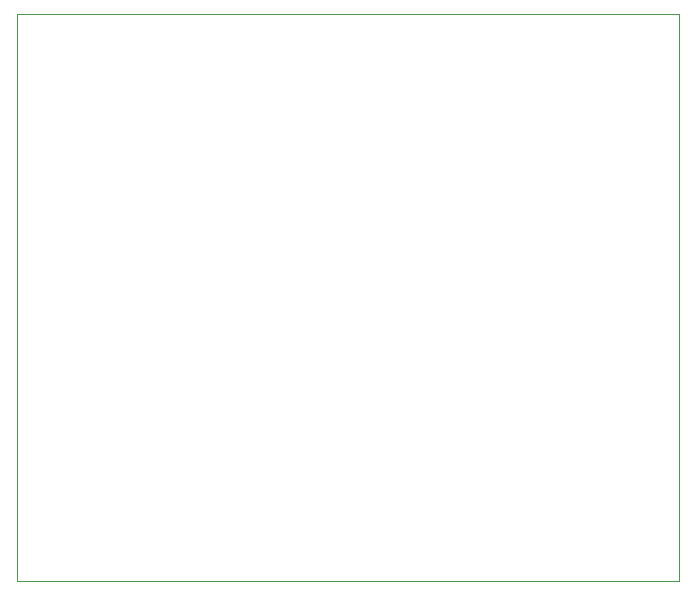
<source format=gm1>
G04 #@! TF.GenerationSoftware,KiCad,Pcbnew,(6.0.11)*
G04 #@! TF.CreationDate,2023-03-15T17:37:52+01:00*
G04 #@! TF.ProjectId,ProtoBoard,50726f74-6f42-46f6-9172-642e6b696361,rev?*
G04 #@! TF.SameCoordinates,Original*
G04 #@! TF.FileFunction,Profile,NP*
%FSLAX46Y46*%
G04 Gerber Fmt 4.6, Leading zero omitted, Abs format (unit mm)*
G04 Created by KiCad (PCBNEW (6.0.11)) date 2023-03-15 17:37:52*
%MOMM*%
%LPD*%
G01*
G04 APERTURE LIST*
G04 #@! TA.AperFunction,Profile*
%ADD10C,0.100000*%
G04 #@! TD*
G04 APERTURE END LIST*
D10*
X47650000Y-61750000D02*
X103650000Y-61750000D01*
X103650000Y-61750000D02*
X103650000Y-109750000D01*
X103650000Y-109750000D02*
X47650000Y-109750000D01*
X47650000Y-109750000D02*
X47650000Y-61750000D01*
M02*

</source>
